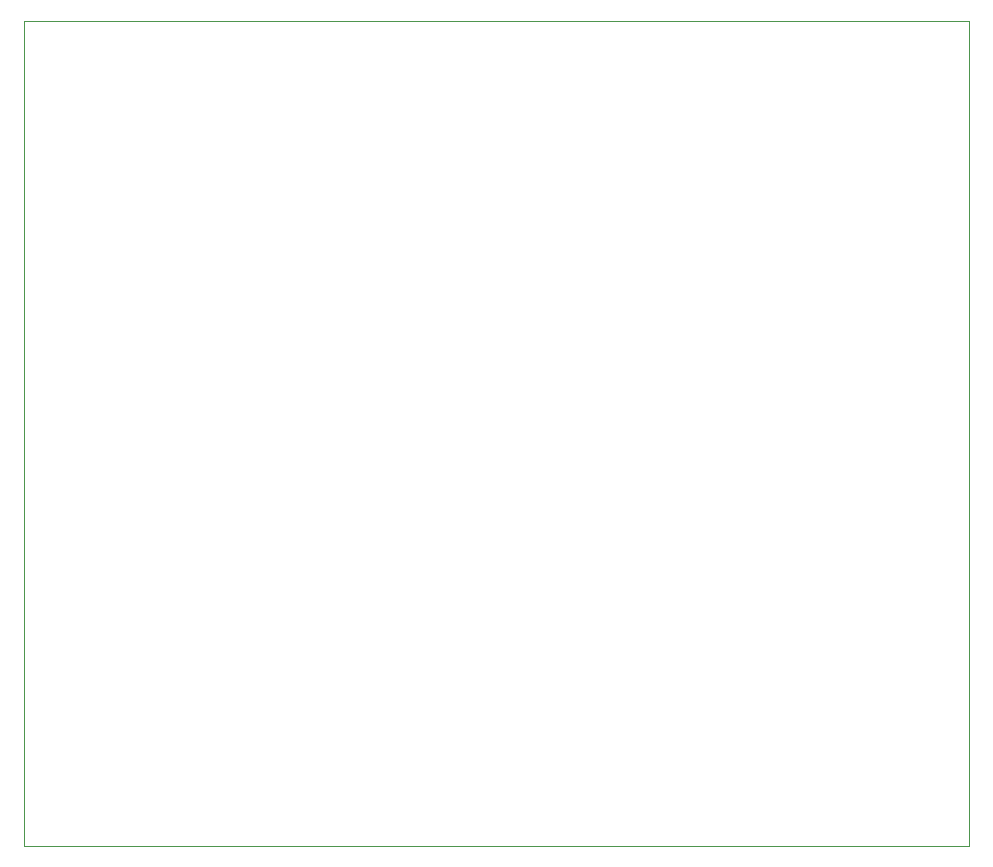
<source format=gbr>
G04 #@! TF.GenerationSoftware,KiCad,Pcbnew,(5.1.2-1)-1*
G04 #@! TF.CreationDate,2019-06-05T23:38:11-07:00*
G04 #@! TF.ProjectId,nowhere,6e6f7768-6572-4652-9e6b-696361645f70,rev?*
G04 #@! TF.SameCoordinates,Original*
G04 #@! TF.FileFunction,Profile,NP*
%FSLAX46Y46*%
G04 Gerber Fmt 4.6, Leading zero omitted, Abs format (unit mm)*
G04 Created by KiCad (PCBNEW (5.1.2-1)-1) date 2019-06-05 23:38:11*
%MOMM*%
%LPD*%
G04 APERTURE LIST*
%ADD10C,0.050000*%
G04 APERTURE END LIST*
D10*
X143510000Y-81280000D02*
X143510000Y-82550000D01*
X63500000Y-82550000D02*
X143510000Y-82550000D01*
X143510000Y-12700000D02*
X143510000Y-81280000D01*
X63500000Y-12700000D02*
X143510000Y-12700000D01*
X63500000Y-13970000D02*
X63500000Y-12700000D01*
X63500000Y-82550000D02*
X63500000Y-13970000D01*
M02*

</source>
